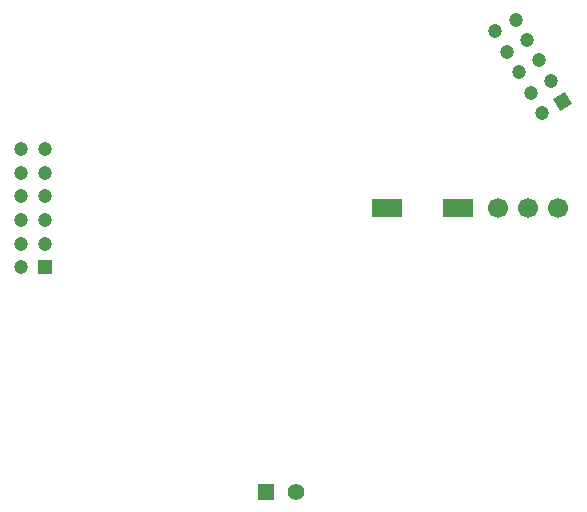
<source format=gbr>
%FSLAX46Y46*%
G04 Gerber Fmt 4.6, Leading zero omitted, Abs format (unit mm)*
G04 Created by KiCad (PCBNEW (2014-jul-16 BZR unknown)-product) date Wed 06 Aug 2014 23:01:27 CST*
%MOMM*%
G01*
G04 APERTURE LIST*
%ADD10C,0.150000*%
%ADD11R,1.397000X1.397000*%
%ADD12C,1.397000*%
%ADD13C,1.700000*%
%ADD14R,2.500000X1.500000*%
%ADD15C,1.200000*%
%ADD16R,1.200000X1.200000*%
G04 APERTURE END LIST*
D10*
D11*
X198730000Y-124000000D03*
D12*
X201270000Y-124000000D03*
D13*
X223500000Y-100000000D03*
X220960000Y-100000000D03*
X218420000Y-100000000D03*
D14*
X209000000Y-100000000D03*
X215000000Y-100000000D03*
D15*
X180000000Y-101000000D03*
X180000000Y-103000000D03*
D16*
X180000000Y-105000000D03*
D15*
X180000000Y-99000000D03*
X180000000Y-97000000D03*
X180000000Y-95000000D03*
X178000000Y-95000000D03*
X178000000Y-97000000D03*
X178000000Y-99000000D03*
X178000000Y-101000000D03*
X178000000Y-103000000D03*
X178000000Y-105000000D03*
X221866025Y-87500000D03*
X222866025Y-89232051D03*
D10*
G36*
X224685640Y-91183717D02*
X223646410Y-91783717D01*
X223046410Y-90744487D01*
X224085640Y-90144487D01*
X224685640Y-91183717D01*
X224685640Y-91183717D01*
G37*
D15*
X220866025Y-85767949D03*
X219866025Y-84035898D03*
X218133975Y-85035898D03*
X219133975Y-86767949D03*
X220133975Y-88500000D03*
X221133975Y-90232051D03*
X222133975Y-91964102D03*
M02*

</source>
